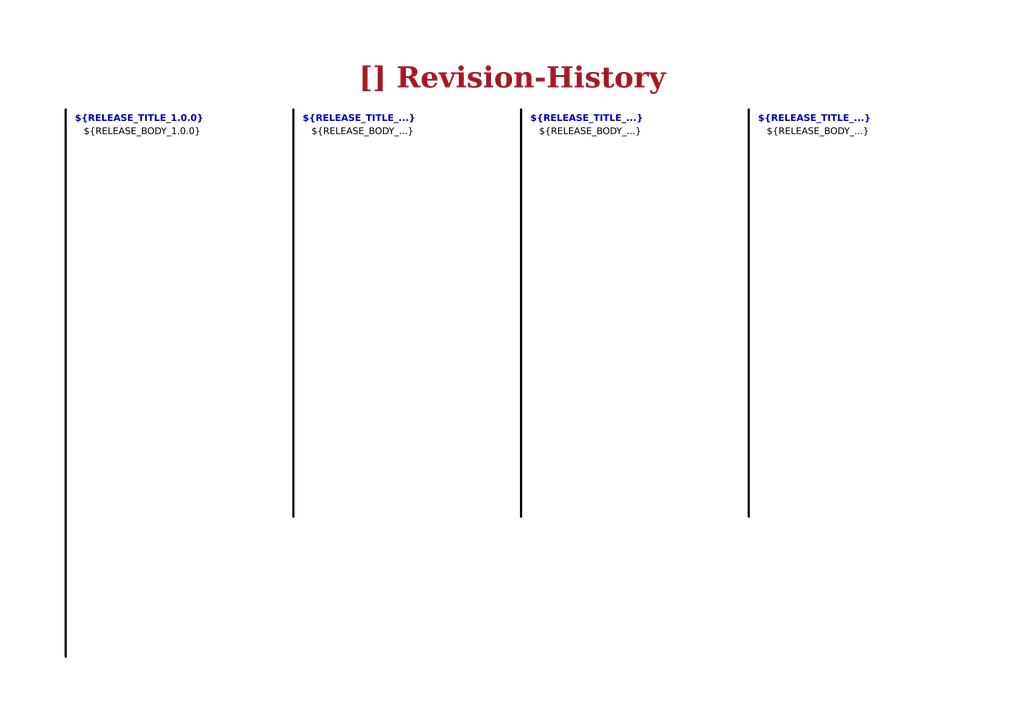
<source format=kicad_sch>
(kicad_sch
	(version 20250114)
	(generator "eeschema")
	(generator_version "9.0")
	(uuid "ea8c4f5e-7a49-4faf-a994-dbc85ed86b0a")
	(paper "A4")
	(title_block
		(title "Revision-History")
		(date "2025-07-13")
		(rev "${REVISION}")
		(company "${COMPANY}")
	)
	(lib_symbols)
	(text_box "${RELEASE_BODY_...}"
		(exclude_from_sim no)
		(at 220.98 35.56 0)
		(size 58.42 111.76)
		(margins 1.4287 1.4287 1.4287 1.4287)
		(stroke
			(width -0.0001)
			(type solid)
		)
		(fill
			(type none)
		)
		(effects
			(font
				(face "Arial")
				(size 1.905 1.905)
				(color 0 0 0 1)
			)
			(justify left top)
		)
		(uuid "0c062e2b-2be1-4307-b752-045c211787f4")
	)
	(text_box "[${#}] ${TITLE}"
		(exclude_from_sim no)
		(at 80.01 16.51 0)
		(size 137.16 12.7)
		(margins 4.4999 4.4999 4.4999 4.4999)
		(stroke
			(width -0.0001)
			(type default)
		)
		(fill
			(type none)
		)
		(effects
			(font
				(face "Times New Roman")
				(size 6 6)
				(thickness 1.2)
				(bold yes)
				(color 162 22 34 1)
			)
		)
		(uuid "20a0a094-ac98-46df-bdac-21d5721f7697")
	)
	(text_box "${RELEASE_BODY_1.0.0}"
		(exclude_from_sim no)
		(at 22.86 35.56 0)
		(size 58.42 146.05)
		(margins 1.4287 1.4287 1.4287 1.4287)
		(stroke
			(width -0.0001)
			(type solid)
		)
		(fill
			(type none)
		)
		(effects
			(font
				(face "Arial")
				(size 1.905 1.905)
				(color 0 0 0 1)
			)
			(justify left top)
		)
		(uuid "212b625e-4169-46f2-a2fc-afc6cbef07cd")
	)
	(text_box "${RELEASE_TITLE_...}"
		(exclude_from_sim no)
		(at 152.4 31.75 0)
		(size 57.15 7.62)
		(margins 1.4287 1.4287 1.4287 1.4287)
		(stroke
			(width -0.0001)
			(type solid)
		)
		(fill
			(type none)
		)
		(effects
			(font
				(face "Arial")
				(size 1.905 1.905)
				(thickness 0.254)
				(bold yes)
			)
			(justify left top)
		)
		(uuid "61447e65-3862-4ca7-a61e-5d8506cb38bb")
	)
	(text_box "${RELEASE_BODY_...}"
		(exclude_from_sim no)
		(at 154.94 35.56 0)
		(size 58.42 111.76)
		(margins 1.4287 1.4287 1.4287 1.4287)
		(stroke
			(width -0.0001)
			(type solid)
		)
		(fill
			(type none)
		)
		(effects
			(font
				(face "Arial")
				(size 1.905 1.905)
				(color 0 0 0 1)
			)
			(justify left top)
		)
		(uuid "8ad0acb7-8a2e-40a2-87c7-888a93359ccd")
	)
	(text_box "${RELEASE_BODY_...}"
		(exclude_from_sim no)
		(at 88.9 35.56 0)
		(size 57.15 105.41)
		(margins 1.4287 1.4287 1.4287 1.4287)
		(stroke
			(width -0.0001)
			(type solid)
		)
		(fill
			(type none)
		)
		(effects
			(font
				(face "Arial")
				(size 1.905 1.905)
				(color 0 0 0 1)
			)
			(justify left top)
		)
		(uuid "9af8400a-3034-4071-a364-608020db49d5")
	)
	(text_box "${RELEASE_TITLE_1.0.0}"
		(exclude_from_sim no)
		(at 20.32 31.75 0)
		(size 57.15 7.62)
		(margins 1.4287 1.4287 1.4287 1.4287)
		(stroke
			(width -0.0001)
			(type solid)
		)
		(fill
			(type none)
		)
		(effects
			(font
				(face "Arial")
				(size 1.905 1.905)
				(thickness 0.254)
				(bold yes)
			)
			(justify left top)
		)
		(uuid "d183a6b7-e8a2-46ec-8c3c-ec3041423bc1")
	)
	(text_box "${RELEASE_TITLE_...}"
		(exclude_from_sim no)
		(at 86.36 31.75 0)
		(size 57.15 7.62)
		(margins 1.4287 1.4287 1.4287 1.4287)
		(stroke
			(width -0.0001)
			(type solid)
		)
		(fill
			(type none)
		)
		(effects
			(font
				(face "Arial")
				(size 1.905 1.905)
				(thickness 0.254)
				(bold yes)
			)
			(justify left top)
		)
		(uuid "ed7f1ff6-56f6-4427-ab7f-2ffe27717c3d")
	)
	(text_box "${RELEASE_TITLE_...}"
		(exclude_from_sim no)
		(at 218.44 31.75 0)
		(size 57.15 7.62)
		(margins 1.4287 1.4287 1.4287 1.4287)
		(stroke
			(width -0.0001)
			(type solid)
		)
		(fill
			(type none)
		)
		(effects
			(font
				(face "Arial")
				(size 1.905 1.905)
				(thickness 0.254)
				(bold yes)
			)
			(justify left top)
		)
		(uuid "f47af890-f55a-44bf-b54f-b7df3adde008")
	)
	(polyline
		(pts
			(xy 85.09 31.75) (xy 85.09 149.86)
		)
		(stroke
			(width 0.635)
			(type default)
			(color 0 0 0 1)
		)
		(uuid "5f29c90a-4bd5-401c-a0f6-a99df09914f4")
	)
	(polyline
		(pts
			(xy 151.13 31.75) (xy 151.13 149.86)
		)
		(stroke
			(width 0.635)
			(type default)
			(color 0 0 0 1)
		)
		(uuid "a6b610d4-f09b-4d6e-ac67-0bb3d0e09fbe")
	)
	(polyline
		(pts
			(xy 19.05 31.75) (xy 19.05 190.5)
		)
		(stroke
			(width 0.635)
			(type default)
			(color 0 0 0 1)
		)
		(uuid "d98bd22a-837a-4b14-b8b1-ecc667696c58")
	)
	(polyline
		(pts
			(xy 217.17 31.75) (xy 217.17 149.86)
		)
		(stroke
			(width 0.635)
			(type default)
			(color 0 0 0 1)
		)
		(uuid "fe21cbb6-f53c-41a1-bc1c-520e82f71f78")
	)
)

</source>
